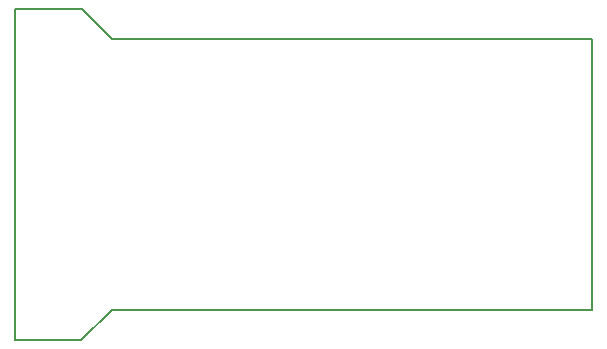
<source format=gbr>
G04 #@! TF.FileFunction,Profile,NP*
%FSLAX46Y46*%
G04 Gerber Fmt 4.6, Leading zero omitted, Abs format (unit mm)*
G04 Created by KiCad (PCBNEW 4.0.4-stable) date 05/29/18 15:17:11*
%MOMM*%
%LPD*%
G01*
G04 APERTURE LIST*
%ADD10C,0.100000*%
%ADD11C,0.150000*%
G04 APERTURE END LIST*
D10*
D11*
X142900000Y-75900000D02*
X142900000Y-103875000D01*
X148575000Y-75900000D02*
X142900000Y-75900000D01*
X151075000Y-78400000D02*
X148575000Y-75900000D01*
X191700000Y-78400000D02*
X151075000Y-78400000D01*
X191700000Y-101325000D02*
X191700000Y-78400000D01*
X151050000Y-101325000D02*
X191700000Y-101325000D01*
X148500000Y-103875000D02*
X151050000Y-101325000D01*
X142900000Y-103875000D02*
X148500000Y-103875000D01*
M02*

</source>
